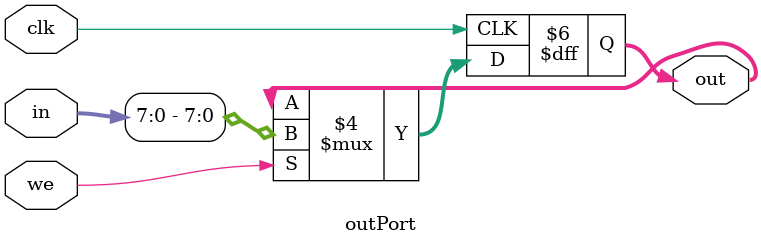
<source format=v>
module outPort(in,we,clk,out);

input [9:0]in;
input we;
input clk;

output [7:0]out;

reg [7:0]out;

initial begin
	out=0;
end

always @(negedge clk) begin
	if(we) begin
		out=in[7:0];
	end
end

endmodule
</source>
